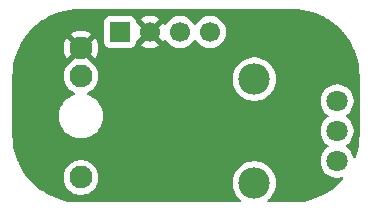
<source format=gbr>
%TF.GenerationSoftware,KiCad,Pcbnew,9.0.3-9.0.3-0~ubuntu22.04.1*%
%TF.CreationDate,2025-07-27T08:17:54-07:00*%
%TF.ProjectId,mixer-out,6d697865-722d-46f7-9574-2e6b69636164,rev?*%
%TF.SameCoordinates,Original*%
%TF.FileFunction,Copper,L2,Bot*%
%TF.FilePolarity,Positive*%
%FSLAX46Y46*%
G04 Gerber Fmt 4.6, Leading zero omitted, Abs format (unit mm)*
G04 Created by KiCad (PCBNEW 9.0.3-9.0.3-0~ubuntu22.04.1) date 2025-07-27 08:17:54*
%MOMM*%
%LPD*%
G01*
G04 APERTURE LIST*
%TA.AperFunction,ComponentPad*%
%ADD10R,1.700000X1.700000*%
%TD*%
%TA.AperFunction,ComponentPad*%
%ADD11C,1.700000*%
%TD*%
%TA.AperFunction,ComponentPad*%
%ADD12C,1.930400*%
%TD*%
%TA.AperFunction,ComponentPad*%
%ADD13C,1.803400*%
%TD*%
%TA.AperFunction,ComponentPad*%
%ADD14C,2.667000*%
%TD*%
%TA.AperFunction,ViaPad*%
%ADD15C,0.600000*%
%TD*%
G04 APERTURE END LIST*
D10*
%TO.P,J3,1,Pin_1*%
%TO.N,/MIX_OUT*%
X129032000Y-84328000D03*
D11*
%TO.P,J3,2,Pin_2*%
%TO.N,GND*%
X131572000Y-84328000D03*
%TO.P,J3,3,Pin_3*%
%TO.N,/TO_OPAMP_6*%
X134112000Y-84328000D03*
%TO.P,J3,4,Pin_4*%
%TO.N,/TO_OPAMP_7*%
X136652000Y-84328000D03*
%TD*%
D12*
%TO.P,J1,1,SIG*%
%TO.N,/MIX_OUT*%
X125730000Y-96647000D03*
%TO.P,J1,2,SHEILD*%
%TO.N,GND*%
X125730000Y-85674200D03*
%TO.P,J1,3,SW*%
%TO.N,unconnected-(J1-SW-Pad3)*%
X125730000Y-88087200D03*
%TD*%
D13*
%TO.P,RV1,1,1*%
%TO.N,/TO_OPAMP_6*%
X147412243Y-90170163D03*
%TO.P,RV1,2,2*%
%TO.N,/TO_OPAMP_7*%
X147412243Y-92710163D03*
%TO.P,RV1,3,3*%
X147412243Y-95250163D03*
D14*
%TO.P,RV1,4*%
%TO.N,N/C*%
X140401843Y-88315963D03*
%TO.P,RV1,5*%
X140401843Y-97104363D03*
%TD*%
D15*
%TO.N,GND*%
X132588000Y-90424000D03*
X143764000Y-95504000D03*
X146812000Y-84836000D03*
X139192000Y-83312000D03*
X143764000Y-90424000D03*
X138684000Y-92964000D03*
X132588000Y-95504000D03*
X122428000Y-85344000D03*
X122428000Y-95504000D03*
%TD*%
%TA.AperFunction,Conductor*%
%TO.N,GND*%
G36*
X143622443Y-82360596D02*
G01*
X144062304Y-82377878D01*
X144071999Y-82378640D01*
X144506780Y-82430099D01*
X144516376Y-82431620D01*
X144945764Y-82517031D01*
X144955195Y-82519295D01*
X145376553Y-82638130D01*
X145385787Y-82641130D01*
X145603588Y-82721481D01*
X145796534Y-82792663D01*
X145805528Y-82796389D01*
X146121028Y-82941835D01*
X146198393Y-82977501D01*
X146203092Y-82979667D01*
X146211768Y-82984088D01*
X146593734Y-83198000D01*
X146602036Y-83203087D01*
X146966031Y-83446301D01*
X146973905Y-83452022D01*
X147317711Y-83723056D01*
X147325102Y-83729369D01*
X147646583Y-84026543D01*
X147653456Y-84033416D01*
X147827516Y-84221713D01*
X147950625Y-84354891D01*
X147956945Y-84362291D01*
X148023681Y-84446945D01*
X148227975Y-84706091D01*
X148233698Y-84713968D01*
X148476912Y-85077963D01*
X148481999Y-85086265D01*
X148695911Y-85468231D01*
X148700332Y-85476907D01*
X148883610Y-85874471D01*
X148887336Y-85883465D01*
X149038865Y-86294199D01*
X149041873Y-86303460D01*
X149160699Y-86724787D01*
X149162972Y-86734254D01*
X149248377Y-87163613D01*
X149249901Y-87173230D01*
X149301358Y-87607995D01*
X149302121Y-87617700D01*
X149319404Y-88057555D01*
X149319500Y-88062424D01*
X149319500Y-93057575D01*
X149319404Y-93062444D01*
X149302121Y-93502299D01*
X149301358Y-93512004D01*
X149249901Y-93946769D01*
X149248377Y-93956386D01*
X149162972Y-94385745D01*
X149160699Y-94395212D01*
X149041873Y-94816539D01*
X149038865Y-94825800D01*
X149008359Y-94908490D01*
X148966687Y-94964572D01*
X148901310Y-94989223D01*
X148832985Y-94974615D01*
X148783404Y-94925386D01*
X148774092Y-94903889D01*
X148711714Y-94711907D01*
X148711713Y-94711904D01*
X148611511Y-94515249D01*
X148481781Y-94336691D01*
X148325715Y-94180625D01*
X148187879Y-94080481D01*
X148145213Y-94025151D01*
X148139234Y-93955538D01*
X148171840Y-93893743D01*
X148187879Y-93879845D01*
X148196188Y-93873808D01*
X148325715Y-93779701D01*
X148481781Y-93623635D01*
X148611512Y-93445076D01*
X148711713Y-93248421D01*
X148779916Y-93038512D01*
X148814443Y-92820519D01*
X148814443Y-92599807D01*
X148779916Y-92381814D01*
X148711713Y-92171905D01*
X148711713Y-92171904D01*
X148611511Y-91975249D01*
X148481781Y-91796691D01*
X148325715Y-91640625D01*
X148187879Y-91540481D01*
X148145213Y-91485151D01*
X148139234Y-91415538D01*
X148171840Y-91353743D01*
X148187879Y-91339845D01*
X148196188Y-91333808D01*
X148325715Y-91239701D01*
X148481781Y-91083635D01*
X148611512Y-90905076D01*
X148711713Y-90708421D01*
X148779916Y-90498512D01*
X148814443Y-90280519D01*
X148814443Y-90059807D01*
X148779916Y-89841814D01*
X148745814Y-89736859D01*
X148711714Y-89631907D01*
X148711713Y-89631904D01*
X148653068Y-89516809D01*
X148611512Y-89435250D01*
X148481781Y-89256691D01*
X148325715Y-89100625D01*
X148147156Y-88970894D01*
X147950501Y-88870692D01*
X147950498Y-88870691D01*
X147740593Y-88802490D01*
X147631595Y-88785226D01*
X147522599Y-88767963D01*
X147301887Y-88767963D01*
X147229222Y-88779472D01*
X147083892Y-88802490D01*
X146873987Y-88870691D01*
X146873984Y-88870692D01*
X146677329Y-88970894D01*
X146579406Y-89042040D01*
X146498771Y-89100625D01*
X146498769Y-89100627D01*
X146498768Y-89100627D01*
X146342707Y-89256688D01*
X146342707Y-89256689D01*
X146342705Y-89256691D01*
X146286990Y-89333375D01*
X146212974Y-89435249D01*
X146112772Y-89631904D01*
X146112771Y-89631907D01*
X146044570Y-89841812D01*
X146010043Y-90059807D01*
X146010043Y-90280518D01*
X146044570Y-90498513D01*
X146112771Y-90708418D01*
X146112772Y-90708421D01*
X146212974Y-90905076D01*
X146342705Y-91083635D01*
X146498771Y-91239701D01*
X146627485Y-91333218D01*
X146636607Y-91339845D01*
X146679272Y-91395175D01*
X146685251Y-91464789D01*
X146652645Y-91526584D01*
X146636606Y-91540481D01*
X146498771Y-91640625D01*
X146498769Y-91640627D01*
X146498768Y-91640627D01*
X146342707Y-91796688D01*
X146342707Y-91796689D01*
X146342705Y-91796691D01*
X146335477Y-91806640D01*
X146212974Y-91975249D01*
X146112772Y-92171904D01*
X146112771Y-92171907D01*
X146044570Y-92381812D01*
X146010043Y-92599807D01*
X146010043Y-92820518D01*
X146044570Y-93038513D01*
X146112771Y-93248418D01*
X146112772Y-93248421D01*
X146212974Y-93445076D01*
X146342705Y-93623635D01*
X146498771Y-93779701D01*
X146627485Y-93873218D01*
X146636607Y-93879845D01*
X146679272Y-93935175D01*
X146685251Y-94004789D01*
X146652645Y-94066584D01*
X146636606Y-94080481D01*
X146498771Y-94180625D01*
X146498769Y-94180627D01*
X146498768Y-94180627D01*
X146342707Y-94336688D01*
X146342707Y-94336689D01*
X146342705Y-94336691D01*
X146300187Y-94395212D01*
X146212974Y-94515249D01*
X146112772Y-94711904D01*
X146112771Y-94711907D01*
X146044570Y-94921812D01*
X146010043Y-95139807D01*
X146010043Y-95360518D01*
X146044570Y-95578513D01*
X146112771Y-95788418D01*
X146112772Y-95788421D01*
X146212974Y-95985076D01*
X146342705Y-96163635D01*
X146498771Y-96319701D01*
X146677330Y-96449432D01*
X146773783Y-96498577D01*
X146873984Y-96549633D01*
X146873987Y-96549634D01*
X146978939Y-96583734D01*
X147083894Y-96617836D01*
X147301887Y-96652363D01*
X147301888Y-96652363D01*
X147522598Y-96652363D01*
X147522599Y-96652363D01*
X147740592Y-96617836D01*
X147783433Y-96603915D01*
X147853273Y-96601919D01*
X147913106Y-96637998D01*
X147943935Y-96700699D01*
X147935972Y-96770113D01*
X147912808Y-96806017D01*
X147653462Y-97086577D01*
X147646577Y-97093462D01*
X147325108Y-97390625D01*
X147317705Y-97396948D01*
X146973908Y-97667975D01*
X146966031Y-97673698D01*
X146602036Y-97916912D01*
X146593734Y-97921999D01*
X146211768Y-98135911D01*
X146203092Y-98140332D01*
X145805528Y-98323610D01*
X145796534Y-98327336D01*
X145385800Y-98478865D01*
X145376539Y-98481873D01*
X144955212Y-98600699D01*
X144945745Y-98602972D01*
X144516386Y-98688377D01*
X144506769Y-98689901D01*
X144072004Y-98741358D01*
X144062299Y-98742121D01*
X143638672Y-98758766D01*
X143622442Y-98759404D01*
X143617575Y-98759500D01*
X141622794Y-98759500D01*
X141555755Y-98739815D01*
X141510000Y-98687011D01*
X141500056Y-98617853D01*
X141529081Y-98554297D01*
X141547308Y-98537124D01*
X141585145Y-98508089D01*
X141613678Y-98486196D01*
X141783676Y-98316198D01*
X141930030Y-98125465D01*
X142050237Y-97917261D01*
X142142239Y-97695148D01*
X142204463Y-97462926D01*
X142235843Y-97224570D01*
X142235843Y-96984156D01*
X142204463Y-96745800D01*
X142142239Y-96513578D01*
X142050237Y-96291465D01*
X142050235Y-96291462D01*
X142050233Y-96291457D01*
X141930034Y-96083268D01*
X141930030Y-96083261D01*
X141783676Y-95892528D01*
X141783671Y-95892522D01*
X141613683Y-95722534D01*
X141613676Y-95722528D01*
X141422953Y-95576182D01*
X141422951Y-95576180D01*
X141422945Y-95576176D01*
X141422940Y-95576173D01*
X141422937Y-95576171D01*
X141214748Y-95455972D01*
X141214737Y-95455967D01*
X140992632Y-95363968D01*
X140760402Y-95301742D01*
X140522060Y-95270364D01*
X140522055Y-95270363D01*
X140522050Y-95270363D01*
X140281636Y-95270363D01*
X140281630Y-95270363D01*
X140281625Y-95270364D01*
X140043283Y-95301742D01*
X139811053Y-95363968D01*
X139588948Y-95455967D01*
X139588937Y-95455972D01*
X139380748Y-95576171D01*
X139380732Y-95576182D01*
X139190009Y-95722528D01*
X139190002Y-95722534D01*
X139020014Y-95892522D01*
X139020008Y-95892529D01*
X138873662Y-96083252D01*
X138873651Y-96083268D01*
X138753452Y-96291457D01*
X138753447Y-96291468D01*
X138661448Y-96513573D01*
X138599222Y-96745803D01*
X138567844Y-96984145D01*
X138567843Y-96984162D01*
X138567843Y-97224563D01*
X138567844Y-97224580D01*
X138590536Y-97396948D01*
X138599223Y-97462926D01*
X138630335Y-97579037D01*
X138661448Y-97695152D01*
X138753447Y-97917257D01*
X138753452Y-97917268D01*
X138873651Y-98125457D01*
X138873662Y-98125473D01*
X139020008Y-98316196D01*
X139020014Y-98316203D01*
X139190002Y-98486191D01*
X139190009Y-98486197D01*
X139256378Y-98537124D01*
X139297581Y-98593552D01*
X139301736Y-98663298D01*
X139267524Y-98724218D01*
X139205806Y-98756971D01*
X139180892Y-98759500D01*
X125622425Y-98759500D01*
X125617557Y-98759404D01*
X125600399Y-98758729D01*
X125177700Y-98742121D01*
X125167995Y-98741358D01*
X124733230Y-98689901D01*
X124723613Y-98688377D01*
X124294254Y-98602972D01*
X124284787Y-98600699D01*
X123863460Y-98481873D01*
X123854199Y-98478865D01*
X123443465Y-98327336D01*
X123434471Y-98323610D01*
X123036907Y-98140332D01*
X123028231Y-98135911D01*
X122646265Y-97921999D01*
X122637963Y-97916912D01*
X122273968Y-97673698D01*
X122266091Y-97667975D01*
X121922294Y-97396948D01*
X121914891Y-97390625D01*
X121735254Y-97224570D01*
X121593416Y-97093456D01*
X121586543Y-97086583D01*
X121289369Y-96765102D01*
X121283051Y-96757704D01*
X121161522Y-96603545D01*
X121161520Y-96603543D01*
X121104842Y-96531647D01*
X124264300Y-96531647D01*
X124264300Y-96762353D01*
X124265529Y-96770113D01*
X124300390Y-96990219D01*
X124332862Y-97090155D01*
X124371683Y-97209633D01*
X124476421Y-97415194D01*
X124612027Y-97601839D01*
X124775161Y-97764973D01*
X124961806Y-97900579D01*
X125167367Y-98005317D01*
X125344850Y-98062984D01*
X125386780Y-98076609D01*
X125500714Y-98094654D01*
X125614647Y-98112700D01*
X125614648Y-98112700D01*
X125845352Y-98112700D01*
X125845353Y-98112700D01*
X126073219Y-98076609D01*
X126292633Y-98005317D01*
X126498194Y-97900579D01*
X126684839Y-97764973D01*
X126847973Y-97601839D01*
X126983579Y-97415194D01*
X127088317Y-97209633D01*
X127159609Y-96990219D01*
X127195700Y-96762353D01*
X127195700Y-96531647D01*
X127159609Y-96303781D01*
X127155607Y-96291465D01*
X127114073Y-96163637D01*
X127088317Y-96084367D01*
X126983579Y-95878806D01*
X126847973Y-95692161D01*
X126684839Y-95529027D01*
X126498194Y-95393421D01*
X126292633Y-95288683D01*
X126202264Y-95259320D01*
X126073219Y-95217390D01*
X125876508Y-95186234D01*
X125845353Y-95181300D01*
X125614647Y-95181300D01*
X125587239Y-95185641D01*
X125386780Y-95217390D01*
X125223750Y-95270363D01*
X125167367Y-95288683D01*
X125167364Y-95288684D01*
X125167362Y-95288685D01*
X124961805Y-95393421D01*
X124933605Y-95413910D01*
X124775161Y-95529027D01*
X124775159Y-95529029D01*
X124775158Y-95529029D01*
X124612029Y-95692158D01*
X124612029Y-95692159D01*
X124612027Y-95692161D01*
X124589964Y-95722528D01*
X124476421Y-95878805D01*
X124371685Y-96084362D01*
X124300390Y-96303780D01*
X124267163Y-96513573D01*
X124264300Y-96531647D01*
X121104842Y-96531647D01*
X121012022Y-96413905D01*
X121006301Y-96406031D01*
X120763087Y-96042036D01*
X120758000Y-96033734D01*
X120544088Y-95651768D01*
X120539667Y-95643092D01*
X120356389Y-95245528D01*
X120352663Y-95236534D01*
X120316978Y-95139807D01*
X120201130Y-94825787D01*
X120198130Y-94816553D01*
X120079295Y-94395195D01*
X120077031Y-94385764D01*
X119991620Y-93956376D01*
X119990098Y-93946769D01*
X119982177Y-93879845D01*
X119938640Y-93511999D01*
X119937878Y-93502298D01*
X119920596Y-93062443D01*
X119920500Y-93057575D01*
X119920500Y-91317092D01*
X123854700Y-91317092D01*
X123854700Y-91562907D01*
X123854701Y-91562923D01*
X123886785Y-91806627D01*
X123886786Y-91806632D01*
X123886787Y-91806638D01*
X123950411Y-92044089D01*
X124042990Y-92267592D01*
X124044489Y-92271211D01*
X124044490Y-92271212D01*
X124167398Y-92484095D01*
X124317047Y-92679122D01*
X124317053Y-92679129D01*
X124490870Y-92852946D01*
X124490877Y-92852952D01*
X124685904Y-93002601D01*
X124898787Y-93125509D01*
X124898788Y-93125510D01*
X124898791Y-93125511D01*
X124898796Y-93125514D01*
X125125911Y-93219589D01*
X125363362Y-93283213D01*
X125607086Y-93315300D01*
X125607093Y-93315300D01*
X125852907Y-93315300D01*
X125852914Y-93315300D01*
X126096638Y-93283213D01*
X126334089Y-93219589D01*
X126561204Y-93125514D01*
X126774096Y-93002601D01*
X126969124Y-92852951D01*
X127142951Y-92679124D01*
X127292601Y-92484096D01*
X127415514Y-92271204D01*
X127509589Y-92044089D01*
X127573213Y-91806638D01*
X127605300Y-91562914D01*
X127605300Y-91317086D01*
X127573213Y-91073362D01*
X127509589Y-90835911D01*
X127415514Y-90608796D01*
X127415511Y-90608791D01*
X127415510Y-90608788D01*
X127415509Y-90608787D01*
X127292601Y-90395904D01*
X127142952Y-90200877D01*
X127142946Y-90200870D01*
X126969129Y-90027053D01*
X126969122Y-90027047D01*
X126774095Y-89877398D01*
X126561212Y-89754490D01*
X126561211Y-89754489D01*
X126561204Y-89754486D01*
X126334089Y-89660411D01*
X126334086Y-89660410D01*
X126330339Y-89658858D01*
X126330720Y-89657936D01*
X126277230Y-89620309D01*
X126250888Y-89555596D01*
X126263714Y-89486913D01*
X126311637Y-89436069D01*
X126317953Y-89432615D01*
X126498194Y-89340779D01*
X126684839Y-89205173D01*
X126847973Y-89042039D01*
X126983579Y-88855394D01*
X127088317Y-88649833D01*
X127159609Y-88430419D01*
X127195700Y-88202553D01*
X127195700Y-88195762D01*
X138567843Y-88195762D01*
X138567843Y-88436163D01*
X138567844Y-88436180D01*
X138595972Y-88649837D01*
X138599223Y-88674526D01*
X138630335Y-88790637D01*
X138661448Y-88906752D01*
X138753447Y-89128857D01*
X138753452Y-89128868D01*
X138873651Y-89337057D01*
X138873662Y-89337073D01*
X139020008Y-89527796D01*
X139020014Y-89527803D01*
X139190002Y-89697791D01*
X139190008Y-89697796D01*
X139380741Y-89844150D01*
X139380748Y-89844154D01*
X139588937Y-89964353D01*
X139588942Y-89964355D01*
X139588945Y-89964357D01*
X139811058Y-90056359D01*
X140043280Y-90118583D01*
X140281636Y-90149963D01*
X140281643Y-90149963D01*
X140522043Y-90149963D01*
X140522050Y-90149963D01*
X140760406Y-90118583D01*
X140992628Y-90056359D01*
X141214741Y-89964357D01*
X141422945Y-89844150D01*
X141613678Y-89697796D01*
X141783676Y-89527798D01*
X141930030Y-89337065D01*
X142050237Y-89128861D01*
X142142239Y-88906748D01*
X142204463Y-88674526D01*
X142235843Y-88436170D01*
X142235843Y-88195756D01*
X142204463Y-87957400D01*
X142142239Y-87725178D01*
X142050237Y-87503065D01*
X142050235Y-87503062D01*
X142050233Y-87503057D01*
X141930034Y-87294868D01*
X141930030Y-87294861D01*
X141805340Y-87132361D01*
X141783677Y-87104129D01*
X141783671Y-87104122D01*
X141613683Y-86934134D01*
X141613676Y-86934128D01*
X141422953Y-86787782D01*
X141422951Y-86787780D01*
X141422945Y-86787776D01*
X141422940Y-86787773D01*
X141422937Y-86787771D01*
X141214748Y-86667572D01*
X141214737Y-86667567D01*
X140992632Y-86575568D01*
X140760402Y-86513342D01*
X140522060Y-86481964D01*
X140522055Y-86481963D01*
X140522050Y-86481963D01*
X140281636Y-86481963D01*
X140281630Y-86481963D01*
X140281625Y-86481964D01*
X140043283Y-86513342D01*
X139811053Y-86575568D01*
X139588948Y-86667567D01*
X139588937Y-86667572D01*
X139380748Y-86787771D01*
X139380732Y-86787782D01*
X139190009Y-86934128D01*
X139190002Y-86934134D01*
X139020014Y-87104122D01*
X139020008Y-87104129D01*
X138873662Y-87294852D01*
X138873651Y-87294868D01*
X138753452Y-87503057D01*
X138753447Y-87503068D01*
X138661448Y-87725173D01*
X138599222Y-87957403D01*
X138567844Y-88195745D01*
X138567843Y-88195762D01*
X127195700Y-88195762D01*
X127195700Y-87971847D01*
X127159609Y-87743981D01*
X127088317Y-87524567D01*
X126983579Y-87319006D01*
X126847973Y-87132361D01*
X126684839Y-86969227D01*
X126629114Y-86928740D01*
X126615672Y-86911307D01*
X126614614Y-86912366D01*
X125814094Y-86111847D01*
X125901571Y-86088408D01*
X126002930Y-86029889D01*
X126085689Y-85947130D01*
X126144208Y-85845771D01*
X126167647Y-85758295D01*
X126927744Y-86518392D01*
X126927744Y-86518391D01*
X126983151Y-86442130D01*
X126983155Y-86442124D01*
X127087852Y-86236646D01*
X127159122Y-86017302D01*
X127195200Y-85789519D01*
X127195200Y-85558880D01*
X127159122Y-85331097D01*
X127087852Y-85111753D01*
X126983151Y-84906267D01*
X126927744Y-84830007D01*
X126927744Y-84830006D01*
X126167647Y-85590104D01*
X126144208Y-85502629D01*
X126085689Y-85401270D01*
X126002930Y-85318511D01*
X125901571Y-85259992D01*
X125814093Y-85236552D01*
X126574192Y-84476454D01*
X126574191Y-84476453D01*
X126497935Y-84421050D01*
X126292446Y-84316347D01*
X126073102Y-84245077D01*
X125845319Y-84209000D01*
X125614681Y-84209000D01*
X125386897Y-84245077D01*
X125167553Y-84316347D01*
X124962069Y-84421047D01*
X124885807Y-84476454D01*
X125645906Y-85236552D01*
X125558429Y-85259992D01*
X125457070Y-85318511D01*
X125374311Y-85401270D01*
X125315792Y-85502629D01*
X125292352Y-85590105D01*
X124532254Y-84830007D01*
X124476847Y-84906269D01*
X124372147Y-85111753D01*
X124300877Y-85331097D01*
X124264800Y-85558880D01*
X124264800Y-85789519D01*
X124300877Y-86017302D01*
X124372147Y-86236646D01*
X124476850Y-86442135D01*
X124532253Y-86518391D01*
X124532254Y-86518392D01*
X125292352Y-85758294D01*
X125315792Y-85845771D01*
X125374311Y-85947130D01*
X125457070Y-86029889D01*
X125558429Y-86088408D01*
X125645905Y-86111847D01*
X124845385Y-86912366D01*
X124845273Y-86912254D01*
X124830885Y-86928740D01*
X124775161Y-86969226D01*
X124612029Y-87132358D01*
X124612029Y-87132359D01*
X124612027Y-87132361D01*
X124589321Y-87163613D01*
X124476421Y-87319005D01*
X124371685Y-87524562D01*
X124300390Y-87743980D01*
X124264300Y-87971847D01*
X124264300Y-88202552D01*
X124300390Y-88430419D01*
X124342320Y-88559464D01*
X124371683Y-88649833D01*
X124476421Y-88855394D01*
X124612027Y-89042039D01*
X124775161Y-89205173D01*
X124961806Y-89340779D01*
X125142038Y-89432611D01*
X125192834Y-89480585D01*
X125209629Y-89548406D01*
X125187092Y-89614541D01*
X125132377Y-89657993D01*
X125126155Y-89660309D01*
X124898788Y-89754489D01*
X124898787Y-89754490D01*
X124685904Y-89877398D01*
X124490877Y-90027047D01*
X124490870Y-90027053D01*
X124317053Y-90200870D01*
X124317047Y-90200877D01*
X124167398Y-90395904D01*
X124044490Y-90608787D01*
X124044489Y-90608788D01*
X123950414Y-90835904D01*
X123950409Y-90835917D01*
X123886788Y-91073359D01*
X123886785Y-91073372D01*
X123854701Y-91317076D01*
X123854700Y-91317092D01*
X119920500Y-91317092D01*
X119920500Y-88062424D01*
X119920596Y-88057556D01*
X119929763Y-87824252D01*
X119937878Y-87617693D01*
X119938641Y-87607995D01*
X119990100Y-87173215D01*
X119991619Y-87163627D01*
X120077032Y-86734230D01*
X120079294Y-86724810D01*
X120198132Y-86303438D01*
X120201127Y-86294219D01*
X120352666Y-85883456D01*
X120356389Y-85874470D01*
X120539677Y-85476884D01*
X120544088Y-85468231D01*
X120758000Y-85086265D01*
X120763087Y-85077963D01*
X120797471Y-85026504D01*
X121006311Y-84713953D01*
X121012012Y-84706106D01*
X121283068Y-84362273D01*
X121289357Y-84354909D01*
X121586556Y-84033402D01*
X121593402Y-84026556D01*
X121914909Y-83729357D01*
X121922275Y-83723066D01*
X122266106Y-83452012D01*
X122273953Y-83446311D01*
X122298162Y-83430135D01*
X127681500Y-83430135D01*
X127681500Y-85225870D01*
X127681501Y-85225876D01*
X127687908Y-85285483D01*
X127738202Y-85420328D01*
X127738206Y-85420335D01*
X127824452Y-85535544D01*
X127824455Y-85535547D01*
X127939664Y-85621793D01*
X127939671Y-85621797D01*
X128074517Y-85672091D01*
X128074516Y-85672091D01*
X128081444Y-85672835D01*
X128134127Y-85678500D01*
X129929872Y-85678499D01*
X129989483Y-85672091D01*
X130124331Y-85621796D01*
X130239546Y-85535546D01*
X130325796Y-85420331D01*
X130376091Y-85285483D01*
X130382500Y-85225873D01*
X130382499Y-85201979D01*
X130385330Y-85188963D01*
X130395940Y-85169525D01*
X130402179Y-85148275D01*
X130418803Y-85127643D01*
X130418808Y-85127636D01*
X130418811Y-85127634D01*
X130418818Y-85127626D01*
X131089037Y-84457408D01*
X131106075Y-84520993D01*
X131171901Y-84635007D01*
X131264993Y-84728099D01*
X131379007Y-84793925D01*
X131442590Y-84810962D01*
X130810282Y-85443269D01*
X130810282Y-85443270D01*
X130864449Y-85482624D01*
X131053782Y-85579095D01*
X131255870Y-85644757D01*
X131465754Y-85678000D01*
X131678246Y-85678000D01*
X131888127Y-85644757D01*
X131888130Y-85644757D01*
X132090217Y-85579095D01*
X132279554Y-85482622D01*
X132333716Y-85443270D01*
X132333717Y-85443270D01*
X131701408Y-84810962D01*
X131764993Y-84793925D01*
X131879007Y-84728099D01*
X131972099Y-84635007D01*
X132037925Y-84520993D01*
X132054962Y-84457408D01*
X132687270Y-85089717D01*
X132687270Y-85089716D01*
X132726622Y-85035555D01*
X132731232Y-85026507D01*
X132779205Y-84975709D01*
X132847025Y-84958912D01*
X132913161Y-84981447D01*
X132952204Y-85026504D01*
X132956949Y-85035817D01*
X133081890Y-85207786D01*
X133232213Y-85358109D01*
X133404179Y-85483048D01*
X133404181Y-85483049D01*
X133404184Y-85483051D01*
X133593588Y-85579557D01*
X133795757Y-85645246D01*
X134005713Y-85678500D01*
X134005714Y-85678500D01*
X134218286Y-85678500D01*
X134218287Y-85678500D01*
X134428243Y-85645246D01*
X134630412Y-85579557D01*
X134819816Y-85483051D01*
X134906138Y-85420335D01*
X134991786Y-85358109D01*
X134991788Y-85358106D01*
X134991792Y-85358104D01*
X135142104Y-85207792D01*
X135142106Y-85207788D01*
X135142109Y-85207786D01*
X135267048Y-85035820D01*
X135267050Y-85035817D01*
X135267051Y-85035816D01*
X135271514Y-85027054D01*
X135319488Y-84976259D01*
X135387308Y-84959463D01*
X135453444Y-84981999D01*
X135492486Y-85027056D01*
X135496951Y-85035820D01*
X135621890Y-85207786D01*
X135772213Y-85358109D01*
X135944179Y-85483048D01*
X135944181Y-85483049D01*
X135944184Y-85483051D01*
X136133588Y-85579557D01*
X136335757Y-85645246D01*
X136545713Y-85678500D01*
X136545714Y-85678500D01*
X136758286Y-85678500D01*
X136758287Y-85678500D01*
X136968243Y-85645246D01*
X137170412Y-85579557D01*
X137359816Y-85483051D01*
X137446138Y-85420335D01*
X137531786Y-85358109D01*
X137531788Y-85358106D01*
X137531792Y-85358104D01*
X137682104Y-85207792D01*
X137682106Y-85207788D01*
X137682109Y-85207786D01*
X137807048Y-85035820D01*
X137807050Y-85035817D01*
X137807051Y-85035816D01*
X137903557Y-84846412D01*
X137969246Y-84644243D01*
X138002500Y-84434287D01*
X138002500Y-84221713D01*
X137969246Y-84011757D01*
X137903557Y-83809588D01*
X137807051Y-83620184D01*
X137807049Y-83620181D01*
X137807048Y-83620179D01*
X137682109Y-83448213D01*
X137531786Y-83297890D01*
X137359820Y-83172951D01*
X137170414Y-83076444D01*
X137170413Y-83076443D01*
X137170412Y-83076443D01*
X136968243Y-83010754D01*
X136968241Y-83010753D01*
X136968240Y-83010753D01*
X136799882Y-82984088D01*
X136758287Y-82977500D01*
X136545713Y-82977500D01*
X136504118Y-82984088D01*
X136335760Y-83010753D01*
X136133585Y-83076444D01*
X135944179Y-83172951D01*
X135772213Y-83297890D01*
X135621890Y-83448213D01*
X135496949Y-83620182D01*
X135492484Y-83628946D01*
X135444509Y-83679742D01*
X135376688Y-83696536D01*
X135310553Y-83673998D01*
X135271516Y-83628946D01*
X135267050Y-83620182D01*
X135142109Y-83448213D01*
X134991786Y-83297890D01*
X134819820Y-83172951D01*
X134630414Y-83076444D01*
X134630413Y-83076443D01*
X134630412Y-83076443D01*
X134428243Y-83010754D01*
X134428241Y-83010753D01*
X134428240Y-83010753D01*
X134259882Y-82984088D01*
X134218287Y-82977500D01*
X134005713Y-82977500D01*
X133964118Y-82984088D01*
X133795760Y-83010753D01*
X133593585Y-83076444D01*
X133404179Y-83172951D01*
X133232213Y-83297890D01*
X133081890Y-83448213D01*
X132956949Y-83620182D01*
X132952202Y-83629499D01*
X132904227Y-83680293D01*
X132836405Y-83697087D01*
X132770271Y-83674548D01*
X132731234Y-83629495D01*
X132726626Y-83620452D01*
X132687270Y-83566282D01*
X132687269Y-83566282D01*
X132054962Y-84198590D01*
X132037925Y-84135007D01*
X131972099Y-84020993D01*
X131879007Y-83927901D01*
X131764993Y-83862075D01*
X131701409Y-83845037D01*
X132333716Y-83212728D01*
X132279550Y-83173375D01*
X132090217Y-83076904D01*
X131888129Y-83011242D01*
X131678246Y-82978000D01*
X131465754Y-82978000D01*
X131255872Y-83011242D01*
X131255869Y-83011242D01*
X131053782Y-83076904D01*
X130864439Y-83173380D01*
X130810282Y-83212727D01*
X130810282Y-83212728D01*
X131442591Y-83845037D01*
X131379007Y-83862075D01*
X131264993Y-83927901D01*
X131171901Y-84020993D01*
X131106075Y-84135007D01*
X131089037Y-84198591D01*
X130418818Y-83528372D01*
X130385333Y-83467049D01*
X130385330Y-83467036D01*
X130382499Y-83454015D01*
X130382499Y-83430128D01*
X130376091Y-83370517D01*
X130342725Y-83281057D01*
X130325798Y-83235673D01*
X130325793Y-83235664D01*
X130239547Y-83120455D01*
X130239544Y-83120452D01*
X130124335Y-83034206D01*
X130124328Y-83034202D01*
X129989482Y-82983908D01*
X129989483Y-82983908D01*
X129929883Y-82977501D01*
X129929881Y-82977500D01*
X129929873Y-82977500D01*
X129929864Y-82977500D01*
X128134129Y-82977500D01*
X128134123Y-82977501D01*
X128074516Y-82983908D01*
X127939671Y-83034202D01*
X127939664Y-83034206D01*
X127824455Y-83120452D01*
X127824452Y-83120455D01*
X127738206Y-83235664D01*
X127738202Y-83235671D01*
X127687908Y-83370517D01*
X127681501Y-83430116D01*
X127681500Y-83430135D01*
X122298162Y-83430135D01*
X122637965Y-83203085D01*
X122646265Y-83198000D01*
X123028231Y-82984088D01*
X123036894Y-82979673D01*
X123434471Y-82796389D01*
X123443456Y-82792666D01*
X123854219Y-82641127D01*
X123863438Y-82638132D01*
X124284810Y-82519294D01*
X124294230Y-82517032D01*
X124723627Y-82431619D01*
X124733215Y-82430100D01*
X125168002Y-82378640D01*
X125177693Y-82377878D01*
X125617557Y-82360596D01*
X125622425Y-82360500D01*
X125667595Y-82360500D01*
X143572405Y-82360500D01*
X143617575Y-82360500D01*
X143622443Y-82360596D01*
G37*
%TD.AperFunction*%
%TD*%
M02*

</source>
